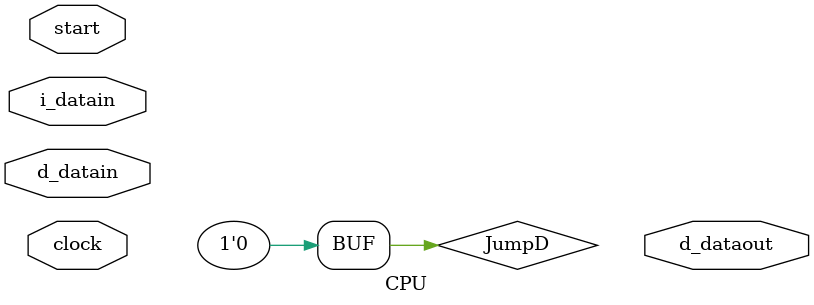
<source format=v>
`timescale 1ns / 1ps


module CPU(
    input wire clock,
    input wire start,
    input [31:0] i_datain,
    input wire [31:0] d_datain,
    output wire [31:0] d_dataout
    );

    reg [31:0]gr[31:0];//[31:0]for 32bit MIPS processor
    reg [15:0]pc = -32'b00000100;

    reg [31:0]instr;
    reg [31:0]instrE;
    reg [31:0]instrM;
    reg [31:0]reg_A;
    reg [31:0]reg_B;
    reg [31:0]reg_C;
    reg [31:0]reg_C1;
    reg [31:0]reg_Cw;
    reg [31:0]reg_CM;

    reg [5:0]opcode;
    reg [5:0]func;
    reg RegWriteD;
    reg MemtoRegD;
    reg MemWriteD;
    reg BranchD;
    reg [3:0]ALUControlD;
    reg ALUsrcD;
    reg RegDstD;
    reg JumpD = 1'b0;
    reg [31:0]d_datainD;
    reg RegWriteE;
    reg MemtoRegE;
    reg MemWriteE;
    reg BranchE;
    reg [3:0]ALUControlE;
    reg ALUsrcE;
    reg RegDstE;
    reg JumpE;
    reg [31:0]d_datainE;
    reg PCSrcD;
    reg [31:0]PCBJ = 32'h0;
    reg EqualD;
    reg [15:0]pcD;
    reg RegWriteM;
    reg MemtoRegM;
    reg MemWriteM;
    reg [31:0]d_datainM;
    reg RegWriteW;
    reg MemtoRegW;
    reg [4:0]WriteRegE;
    reg [4:0]WriteRegM;
    reg [4:0]WriteRegW;
    reg [31:0]d_datainW;
    reg [31:0]ResultW;
    reg [31:0]rt;
    reg [4:0]shamt;
    reg [15:0]imm;





//sequential logic
always @(posedge clock)
	begin
	gr[0] = 32'h0000_0000;
	instr <= i_datain;
	//opcode <= i_datain[31:26];
	//func <= i_datain[5:0];
	d_datainD <= d_datain;
	pcD <= pc;
    end

//combinational logic
always @(posedge clock)
    begin
	opcode = instr[31:26];
	func = instr[5:0];
	case(opcode)
	6'b000000:
	begin

	case(func)  //add
	6'b100000:
	begin
	RegWriteD = 1'b1;
	MemtoRegD = 1'b0;
	MemWriteD = 1'b0;
	BranchD =  1'b0;
	PCSrcD = 1'b0;
	ALUControlD = 4'b0010;
	ALUsrcD = 1'b0;
	RegDstD = 1'b1;
	end
	endcase

	case(func)  //sll
	6'b000000:
	begin
	RegWriteD = 1'b1;
	MemtoRegD = 1'b0;
	MemWriteD = 1'b0;
	BranchD =  1'b0;
	PCSrcD = 1'b0;
	ALUControlD = 4'b0100;
	ALUsrcD = 1'b1;
	RegDstD = 1'b1;
	end
	endcase

	case(func)  //sub
	6'b100010:
	begin
	RegWriteD = 1'b1;
	MemtoRegD = 1'b0;
	MemWriteD = 1'b0;
	BranchD =  1'b0;
	PCSrcD = 1'b0;
	ALUControlD = 4'b0110;
	ALUsrcD = 1'b0;
	RegDstD = 1'b1;
	end
	endcase

	case(func)  //sllv
	6'b000100:
	begin
	RegWriteD = 1'b1;
	MemtoRegD = 1'b0;
	MemWriteD = 1'b0;
	BranchD =  1'b0;
	PCSrcD = 1'b0;
	ALUControlD = 4'b0100;
	ALUsrcD = 1'b0;
	RegDstD = 1'b1;
	end
	endcase

	case(func)  //srl
	6'b000010:
	begin
	RegWriteD = 1'b1;
	MemtoRegD = 1'b0;
	MemWriteD = 1'b0;
	BranchD =  1'b0;
	PCSrcD = 1'b0;
	ALUControlD = 4'b0101;
	ALUsrcD = 1'b1;
	RegDstD = 1'b1;
	end
	endcase

	case(func)  //srlv
	6'b000110:
	begin
	RegWriteD = 1'b1;
	MemtoRegD = 1'b0;
	MemWriteD = 1'b0;
	BranchD =  1'b0;
	PCSrcD = 1'b0;
	ALUControlD = 4'b0101;
	ALUsrcD = 1'b0;
	RegDstD = 1'b1;
	end
	endcase

	case(func)  //sra
	6'b000011:
	begin
	RegWriteD = 1'b1;
	MemtoRegD = 1'b0;
	MemWriteD = 1'b0;
	BranchD =  1'b0;
	PCSrcD = 1'b0;
	ALUControlD = 4'b1101;
	ALUsrcD = 1'b1;
	RegDstD = 1'b1;
	end
	endcase

	case(func)  //srav
	6'b000111:
	begin
	RegWriteD = 1'b1;
	MemtoRegD = 1'b0;
	MemWriteD = 1'b0;
	BranchD =  1'b0;
	PCSrcD = 1'b0;
	ALUControlD = 4'b1101;
	ALUsrcD = 1'b0;
	RegDstD = 1'b1;
	end
	endcase

	case(func)  //addu
	6'b100001:
	begin
	RegWriteD = 1'b1;
	MemtoRegD = 1'b0;
	MemWriteD = 1'b0;
	BranchD =  1'b0;
	PCSrcD = 1'b0;
	ALUControlD = 4'b0010;
	ALUsrcD = 1'b0;
	RegDstD = 1'b1;
	end
	endcase

	case(func)  //and
	6'b100100:
	begin
	RegWriteD = 1'b1;
	MemtoRegD = 1'b0;
	MemWriteD = 1'b0;
	BranchD =  1'b0;
	PCSrcD = 1'b0;
	ALUControlD = 4'b0000;
	ALUsrcD = 1'b0;
	RegDstD = 1'b1;
	end
	endcase

	case(func)  //nor
	6'b100111:
	begin
	RegWriteD = 1'b1;
	MemtoRegD = 1'b0;
	MemWriteD = 1'b0;
	BranchD =  1'b0;
	PCSrcD = 1'b0;
	ALUControlD = 4'b1111;
	ALUsrcD = 1'b0;
	RegDstD = 1'b1;
	end
	endcase

	case(func)  //or
	6'b100101:
	begin
	RegWriteD = 1'b1;
	MemtoRegD = 1'b0;
	MemWriteD = 1'b0;
	BranchD =  1'b0;
	PCSrcD = 1'b0;
	ALUControlD = 4'b0001;
	ALUsrcD = 1'b0;
	RegDstD = 1'b1;
	end
	endcase

	case(func)  //xor
	6'b100110:
	begin
	RegWriteD = 1'b1;
	MemtoRegD = 1'b0;
	MemWriteD = 1'b0;
	BranchD =  1'b0;
	PCSrcD = 1'b0;
	ALUControlD = 4'b0011;
	ALUsrcD = 1'b0;
	RegDstD = 1'b1;
	end
	endcase

	case(func)  //subu
	6'b100011:
	begin
	RegWriteD = 1'b1;
	MemtoRegD = 1'b0;
	MemWriteD = 1'b0;
	BranchD =  1'b0;
	PCSrcD = 1'b0;
	ALUControlD = 4'b0110;
	ALUsrcD = 1'b0;
	RegDstD = 1'b1;
	end
	endcase

	case(func)  //slt
	6'b101010:
	begin
	RegWriteD = 1'b1;
	MemtoRegD = 1'b0;
	MemWriteD = 1'b0;
	BranchD =  1'b0;
	PCSrcD = 1'b0;
	ALUControlD = 4'b0111;
	ALUsrcD = 1'b0;
	RegDstD = 1'b1;
	end
	endcase

	case(func)  //jr
	6'b001000:
	begin
	RegWriteD = 1'b0;
	MemtoRegD = 1'b0;
	MemWriteD = 1'b0;
	BranchD =  1'b0;
	PCSrcD = 1'b1;
	ALUControlD = 4'b1000;
	ALUsrcD = 1'b0;
	RegDstD = 1'b0;
	PCBJ = gr[instr[25:21]];
	end
	endcase



	end
	endcase

	case(opcode) //lw
	6'b100011: 
	begin
	RegWriteD = 1'b1;
	MemtoRegD = 1'b1;
	MemWriteD = 1'b0;
	BranchD =  1'b0;
	PCSrcD = 1'b0;
	ALUControlD = 4'b0010;
	ALUsrcD = 1'b1;
	RegDstD = 1'b0;
	end
	endcase

	case(opcode) //sw
	6'b101011: 
	begin
	RegWriteD = 1'b0;
	MemtoRegD = 1'b0;
	MemWriteD = 1'b1;
	BranchD =  1'b0;
	PCSrcD = 1'b0;
	ALUControlD = 4'b0010;
	ALUsrcD = 1'b1;
	RegDstD = 1'b0;
	end
	endcase

	case(opcode) //addi
	6'b001000: 
	begin
	RegWriteD = 1'b1;
	MemtoRegD = 1'b0;
	MemWriteD = 1'b0;
	BranchD =  1'b0;
	PCSrcD = 1'b0;
	ALUControlD = 4'b0010;
	ALUsrcD = 1'b1;
	RegDstD = 1'b0;
	end
	endcase

	case(opcode) //addiu
	6'b001001: 
	begin
	RegWriteD = 1'b1;
	MemtoRegD = 1'b0;
	MemWriteD = 1'b0;
	BranchD =  1'b0;
	PCSrcD = 1'b0;
	ALUControlD = 4'b0010;
	ALUsrcD = 1'b1;
	RegDstD = 1'b0;
	end
	endcase

	case(opcode) //andi
	6'b001100: 
	begin
	RegWriteD = 1'b1;
	MemtoRegD = 1'b0;
	MemWriteD = 1'b0;
	BranchD =  1'b0;
	PCSrcD = 1'b0;
	ALUControlD = 4'b0000;
	ALUsrcD = 1'b1;
	RegDstD = 1'b0;
	end
	endcase

	case(opcode) //ori
	6'b001101: 
	begin
	RegWriteD = 1'b1;
	MemtoRegD = 1'b0;
	MemWriteD = 1'b0;
	BranchD =  1'b0;
	PCSrcD = 1'b0;
	ALUControlD = 4'b0001;
	ALUsrcD = 1'b1;
	RegDstD = 1'b0;
	end
	endcase

	case(opcode) //beq
	6'b000100:
	begin
	RegWriteD = 1'b0;
	MemtoRegD = 1'b0;
	MemWriteD = 1'b0; 
	BranchD = 1'b1;
	PCSrcD = 1'b0;
	EqualD = 1'b0;
	if (gr[instr[25:21]] == gr[instr[20:16]]) begin
		EqualD = 1'b1;
	end
	ALUControlD = 4'b0110;
	ALUsrcD = 1'b0;
	RegDstD = 1'b0;
	PCBJ = instr[15:0];
	end
	endcase

	case(opcode) //bne
	6'b000101: 
	begin 
	RegWriteD = 1'b0;
	MemtoRegD = 1'b0;
	MemWriteD = 1'b0; 
	BranchD = 1'b1;
	PCSrcD = 1'b0;
	EqualD = 1'b0;
	if (gr[instr[25:21]] != gr[instr[20:16]]) begin
		EqualD = 1'b1;
	end
	ALUControlD = 4'b0110;
	ALUsrcD = 1'b0;
	RegDstD = 1'b0;
	PCBJ = instr[15:0];
	end
	endcase

	case(opcode) //j
	6'b000010:
	begin 
	RegWriteD = 1'b0;
	MemtoRegD = 1'b0;
	MemWriteD = 1'b0; 
        BranchD = 1'b0;
	PCSrcD = 1'b1;
	PCBJ = instr[25:0];
	ALUControlD = 4'b1000;
	ALUsrcD = 1'b0;
	RegDstD = 1'b0;
	end
	endcase
	
	case(opcode) //jal
	6'b000011: 
	begin
	RegWriteD = 1'b0;
	MemtoRegD = 1'b0;
	MemWriteD = 1'b0;
	BranchD = 1'b0; 
	PCSrcD = 1'b1;
	gr[31] = pcD + 32'h00000004;
	PCBJ <= instr[25:0];
	ALUControlD = 4'b1000;
	ALUsrcD = 1'b0;
	RegDstD = 1'b0;
	end
	endcase

	RegWriteE <= RegWriteD;
	MemtoRegE <= MemtoRegD;
	MemWriteE <= MemWriteD;
	BranchE <= BranchD;
	ALUControlE <= ALUControlD;
	RegDstE <= RegDstD;
	instrE <= instr;
	ALUsrcE <= ALUsrcD;
	d_datainE <=d_datainD;

	if  (PCSrcD ==1'b1) begin
	pc = PCBJ;
	end 
	else if (BranchD == 1'b1 && EqualD == 1'b1) begin
	pc <= pc+4*PCBJ;
	end
	else begin
	pc <= pc + 32'h00000004;
	end


end	

always @(posedge clock)
	begin
	
	reg_A <= gr[instr[25:21]];
	reg_B <= gr[instr[20:16]];
	imm <= instr[15:0];
	rt <= gr[instr[20:16]];

	if (ALUsrcE == 1'b1) begin
		shamt <= instr[10:6];
	end else begin
		shamt = reg_A;
	end


        case (ALUControlE)
	4'b0000: //and
	begin
	if (ALUsrcE == 1'b0) begin
	reg_C = reg_A & reg_B;
	end else begin
	reg_C = reg_A & imm;
	end
	end

	4'b0001: //or
	begin
	if (ALUsrcE == 1'b0) begin
	reg_C = reg_A | reg_B;
	end else begin
	reg_C = reg_A | imm;
	end
	end

	4'b0010:   //lw,add
	begin
	if (ALUsrcE == 1'b0) begin
	reg_C = reg_A + reg_B;
	end else begin
	reg_C = reg_A + {{16{instr[15]}},imm};;
	end
	end
	
	4'b0011:  //xor
	begin
	if (ALUsrcE == 1'b0) begin
	reg_C = reg_A ^ reg_B;
	end else begin
	reg_C = reg_A ^ imm;
	end
	end
	
	4'b0100: //sll
	begin
	reg_C = rt << shamt;
	end

	4'b0101:  //srl
	begin
	reg_C = rt >> shamt;
	end
	
	4'b0110:  //sub
	begin
	if (ALUsrcE == 1'b0) begin
	reg_C = reg_A - reg_B;
	end else begin
	reg_C = reg_A - imm;
	end
	end


	4'b1101: //sra
	begin
	reg_C = rt >>> shamt;
	end

	4'b1111: //nor
	begin
	if (ALUsrcE == 1'b0) begin
	reg_C = ~(reg_A|reg_B);
	end else begin
	reg_C = ~(reg_A|imm);
	end
	end
	
	endcase	

	if (RegDstE == 1'b1)
	begin
	WriteRegE = instrE[15:11];
	end else begin
	WriteRegE = instrE[20:16];
	end

	instrM <= instrE;
	RegWriteM <= RegWriteE;
	MemtoRegM <= MemtoRegE;
	MemWriteM <= MemWriteE;
	d_datainM <= d_datainE;
	WriteRegM <= WriteRegE;
	reg_CM <= reg_C;

end

always @(posedge clock)
	begin

	if (MemWriteM == 1'b1) //sw
	reg_C1 = gr[instrM[20:16]];
	else if (MemtoRegM == 1'b1)//lw
	reg_C1 = d_datainM;
	else
	reg_C1 = reg_CM;


	d_datainW <= d_datainM;
	WriteRegW <= WriteRegM;
	MemtoRegW <= MemtoRegM;
	RegWriteW <= RegWriteM;
	reg_Cw <= reg_C1;

	end

always @(posedge clock)
	begin

	case (MemtoRegW)
	1'b1:   //lw
	begin
	ResultW = d_datainW;
	end
	1'b0:
	begin
	ResultW = reg_Cw;
	end
	endcase
	if (RegWriteW == 1) begin
	gr[WriteRegW] = ResultW;
	end
	
	
	end
	


endmodule
                

</source>
